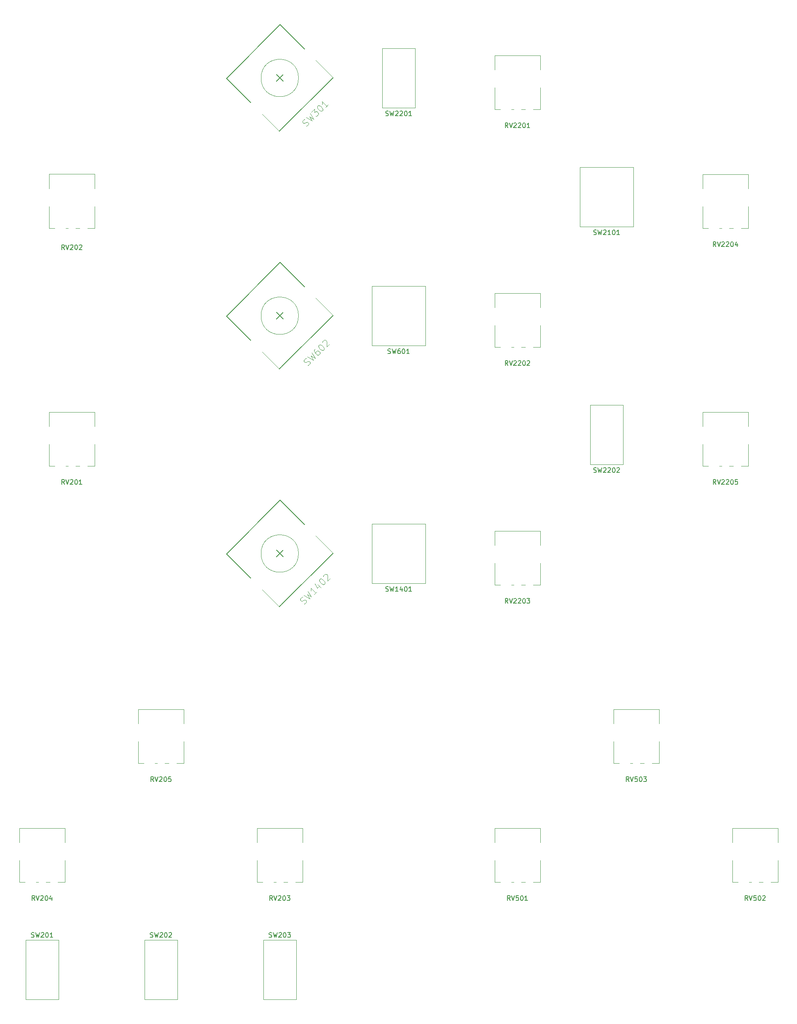
<source format=gto>
G04 #@! TF.GenerationSoftware,KiCad,Pcbnew,6.0.5+dfsg-1~bpo11+1*
G04 #@! TF.CreationDate,2022-07-23T14:57:50+00:00*
G04 #@! TF.ProjectId,main_VCO_board,6d61696e-5f56-4434-9f5f-626f6172642e,0.1*
G04 #@! TF.SameCoordinates,Original*
G04 #@! TF.FileFunction,Legend,Top*
G04 #@! TF.FilePolarity,Positive*
%FSLAX46Y46*%
G04 Gerber Fmt 4.6, Leading zero omitted, Abs format (unit mm)*
G04 Created by KiCad (PCBNEW 6.0.5+dfsg-1~bpo11+1) date 2022-07-23 14:57:50*
%MOMM*%
%LPD*%
G01*
G04 APERTURE LIST*
%ADD10C,0.150000*%
%ADD11C,0.120000*%
%ADD12C,0.127000*%
%ADD13C,0.080000*%
%ADD14O,2.720000X3.240000*%
%ADD15R,1.800000X1.800000*%
%ADD16C,1.800000*%
%ADD17C,2.500000*%
%ADD18C,3.000000*%
%ADD19C,1.451600*%
%ADD20C,2.000000*%
%ADD21C,1.440000*%
%ADD22C,1.600000*%
%ADD23C,2.600000*%
%ADD24O,2.190000X1.740000*%
%ADD25R,1.600000X1.600000*%
%ADD26O,1.740000X2.190000*%
%ADD27R,1.700000X1.700000*%
%ADD28O,1.700000X1.700000*%
%ADD29C,2.540000*%
%ADD30C,1.700000*%
G04 APERTURE END LIST*
D10*
X136120380Y-85161380D02*
X135787047Y-84685190D01*
X135548952Y-85161380D02*
X135548952Y-84161380D01*
X135929904Y-84161380D01*
X136025142Y-84209000D01*
X136072761Y-84256619D01*
X136120380Y-84351857D01*
X136120380Y-84494714D01*
X136072761Y-84589952D01*
X136025142Y-84637571D01*
X135929904Y-84685190D01*
X135548952Y-84685190D01*
X136406095Y-84161380D02*
X136739428Y-85161380D01*
X137072761Y-84161380D01*
X137358476Y-84256619D02*
X137406095Y-84209000D01*
X137501333Y-84161380D01*
X137739428Y-84161380D01*
X137834666Y-84209000D01*
X137882285Y-84256619D01*
X137929904Y-84351857D01*
X137929904Y-84447095D01*
X137882285Y-84589952D01*
X137310857Y-85161380D01*
X137929904Y-85161380D01*
X138548952Y-84161380D02*
X138644190Y-84161380D01*
X138739428Y-84209000D01*
X138787047Y-84256619D01*
X138834666Y-84351857D01*
X138882285Y-84542333D01*
X138882285Y-84780428D01*
X138834666Y-84970904D01*
X138787047Y-85066142D01*
X138739428Y-85113761D01*
X138644190Y-85161380D01*
X138548952Y-85161380D01*
X138453714Y-85113761D01*
X138406095Y-85066142D01*
X138358476Y-84970904D01*
X138310857Y-84780428D01*
X138310857Y-84542333D01*
X138358476Y-84351857D01*
X138406095Y-84256619D01*
X138453714Y-84209000D01*
X138548952Y-84161380D01*
X139263238Y-84256619D02*
X139310857Y-84209000D01*
X139406095Y-84161380D01*
X139644190Y-84161380D01*
X139739428Y-84209000D01*
X139787047Y-84256619D01*
X139834666Y-84351857D01*
X139834666Y-84447095D01*
X139787047Y-84589952D01*
X139215619Y-85161380D01*
X139834666Y-85161380D01*
X249206095Y-132738761D02*
X249348952Y-132786380D01*
X249587047Y-132786380D01*
X249682285Y-132738761D01*
X249729904Y-132691142D01*
X249777523Y-132595904D01*
X249777523Y-132500666D01*
X249729904Y-132405428D01*
X249682285Y-132357809D01*
X249587047Y-132310190D01*
X249396571Y-132262571D01*
X249301333Y-132214952D01*
X249253714Y-132167333D01*
X249206095Y-132072095D01*
X249206095Y-131976857D01*
X249253714Y-131881619D01*
X249301333Y-131834000D01*
X249396571Y-131786380D01*
X249634666Y-131786380D01*
X249777523Y-131834000D01*
X250110857Y-131786380D02*
X250348952Y-132786380D01*
X250539428Y-132072095D01*
X250729904Y-132786380D01*
X250968000Y-131786380D01*
X251301333Y-131881619D02*
X251348952Y-131834000D01*
X251444190Y-131786380D01*
X251682285Y-131786380D01*
X251777523Y-131834000D01*
X251825142Y-131881619D01*
X251872761Y-131976857D01*
X251872761Y-132072095D01*
X251825142Y-132214952D01*
X251253714Y-132786380D01*
X251872761Y-132786380D01*
X252253714Y-131881619D02*
X252301333Y-131834000D01*
X252396571Y-131786380D01*
X252634666Y-131786380D01*
X252729904Y-131834000D01*
X252777523Y-131881619D01*
X252825142Y-131976857D01*
X252825142Y-132072095D01*
X252777523Y-132214952D01*
X252206095Y-132786380D01*
X252825142Y-132786380D01*
X253444190Y-131786380D02*
X253539428Y-131786380D01*
X253634666Y-131834000D01*
X253682285Y-131881619D01*
X253729904Y-131976857D01*
X253777523Y-132167333D01*
X253777523Y-132405428D01*
X253729904Y-132595904D01*
X253682285Y-132691142D01*
X253634666Y-132738761D01*
X253539428Y-132786380D01*
X253444190Y-132786380D01*
X253348952Y-132738761D01*
X253301333Y-132691142D01*
X253253714Y-132595904D01*
X253206095Y-132405428D01*
X253206095Y-132167333D01*
X253253714Y-131976857D01*
X253301333Y-131881619D01*
X253348952Y-131834000D01*
X253444190Y-131786380D01*
X254158476Y-131881619D02*
X254206095Y-131834000D01*
X254301333Y-131786380D01*
X254539428Y-131786380D01*
X254634666Y-131834000D01*
X254682285Y-131881619D01*
X254729904Y-131976857D01*
X254729904Y-132072095D01*
X254682285Y-132214952D01*
X254110857Y-132786380D01*
X254729904Y-132786380D01*
X282170380Y-224226380D02*
X281837047Y-223750190D01*
X281598952Y-224226380D02*
X281598952Y-223226380D01*
X281979904Y-223226380D01*
X282075142Y-223274000D01*
X282122761Y-223321619D01*
X282170380Y-223416857D01*
X282170380Y-223559714D01*
X282122761Y-223654952D01*
X282075142Y-223702571D01*
X281979904Y-223750190D01*
X281598952Y-223750190D01*
X282456095Y-223226380D02*
X282789428Y-224226380D01*
X283122761Y-223226380D01*
X283932285Y-223226380D02*
X283456095Y-223226380D01*
X283408476Y-223702571D01*
X283456095Y-223654952D01*
X283551333Y-223607333D01*
X283789428Y-223607333D01*
X283884666Y-223654952D01*
X283932285Y-223702571D01*
X283979904Y-223797809D01*
X283979904Y-224035904D01*
X283932285Y-224131142D01*
X283884666Y-224178761D01*
X283789428Y-224226380D01*
X283551333Y-224226380D01*
X283456095Y-224178761D01*
X283408476Y-224131142D01*
X284598952Y-223226380D02*
X284694190Y-223226380D01*
X284789428Y-223274000D01*
X284837047Y-223321619D01*
X284884666Y-223416857D01*
X284932285Y-223607333D01*
X284932285Y-223845428D01*
X284884666Y-224035904D01*
X284837047Y-224131142D01*
X284789428Y-224178761D01*
X284694190Y-224226380D01*
X284598952Y-224226380D01*
X284503714Y-224178761D01*
X284456095Y-224131142D01*
X284408476Y-224035904D01*
X284360857Y-223845428D01*
X284360857Y-223607333D01*
X284408476Y-223416857D01*
X284456095Y-223321619D01*
X284503714Y-223274000D01*
X284598952Y-223226380D01*
X285313238Y-223321619D02*
X285360857Y-223274000D01*
X285456095Y-223226380D01*
X285694190Y-223226380D01*
X285789428Y-223274000D01*
X285837047Y-223321619D01*
X285884666Y-223416857D01*
X285884666Y-223512095D01*
X285837047Y-223654952D01*
X285265619Y-224226380D01*
X285884666Y-224226380D01*
X256770380Y-198826380D02*
X256437047Y-198350190D01*
X256198952Y-198826380D02*
X256198952Y-197826380D01*
X256579904Y-197826380D01*
X256675142Y-197874000D01*
X256722761Y-197921619D01*
X256770380Y-198016857D01*
X256770380Y-198159714D01*
X256722761Y-198254952D01*
X256675142Y-198302571D01*
X256579904Y-198350190D01*
X256198952Y-198350190D01*
X257056095Y-197826380D02*
X257389428Y-198826380D01*
X257722761Y-197826380D01*
X258532285Y-197826380D02*
X258056095Y-197826380D01*
X258008476Y-198302571D01*
X258056095Y-198254952D01*
X258151333Y-198207333D01*
X258389428Y-198207333D01*
X258484666Y-198254952D01*
X258532285Y-198302571D01*
X258579904Y-198397809D01*
X258579904Y-198635904D01*
X258532285Y-198731142D01*
X258484666Y-198778761D01*
X258389428Y-198826380D01*
X258151333Y-198826380D01*
X258056095Y-198778761D01*
X258008476Y-198731142D01*
X259198952Y-197826380D02*
X259294190Y-197826380D01*
X259389428Y-197874000D01*
X259437047Y-197921619D01*
X259484666Y-198016857D01*
X259532285Y-198207333D01*
X259532285Y-198445428D01*
X259484666Y-198635904D01*
X259437047Y-198731142D01*
X259389428Y-198778761D01*
X259294190Y-198826380D01*
X259198952Y-198826380D01*
X259103714Y-198778761D01*
X259056095Y-198731142D01*
X259008476Y-198635904D01*
X258960857Y-198445428D01*
X258960857Y-198207333D01*
X259008476Y-198016857D01*
X259056095Y-197921619D01*
X259103714Y-197874000D01*
X259198952Y-197826380D01*
X259865619Y-197826380D02*
X260484666Y-197826380D01*
X260151333Y-198207333D01*
X260294190Y-198207333D01*
X260389428Y-198254952D01*
X260437047Y-198302571D01*
X260484666Y-198397809D01*
X260484666Y-198635904D01*
X260437047Y-198731142D01*
X260389428Y-198778761D01*
X260294190Y-198826380D01*
X260008476Y-198826380D01*
X259913238Y-198778761D01*
X259865619Y-198731142D01*
X204756095Y-158138761D02*
X204898952Y-158186380D01*
X205137047Y-158186380D01*
X205232285Y-158138761D01*
X205279904Y-158091142D01*
X205327523Y-157995904D01*
X205327523Y-157900666D01*
X205279904Y-157805428D01*
X205232285Y-157757809D01*
X205137047Y-157710190D01*
X204946571Y-157662571D01*
X204851333Y-157614952D01*
X204803714Y-157567333D01*
X204756095Y-157472095D01*
X204756095Y-157376857D01*
X204803714Y-157281619D01*
X204851333Y-157234000D01*
X204946571Y-157186380D01*
X205184666Y-157186380D01*
X205327523Y-157234000D01*
X205660857Y-157186380D02*
X205898952Y-158186380D01*
X206089428Y-157472095D01*
X206279904Y-158186380D01*
X206518000Y-157186380D01*
X207422761Y-158186380D02*
X206851333Y-158186380D01*
X207137047Y-158186380D02*
X207137047Y-157186380D01*
X207041809Y-157329238D01*
X206946571Y-157424476D01*
X206851333Y-157472095D01*
X208279904Y-157519714D02*
X208279904Y-158186380D01*
X208041809Y-157138761D02*
X207803714Y-157853047D01*
X208422761Y-157853047D01*
X208994190Y-157186380D02*
X209089428Y-157186380D01*
X209184666Y-157234000D01*
X209232285Y-157281619D01*
X209279904Y-157376857D01*
X209327523Y-157567333D01*
X209327523Y-157805428D01*
X209279904Y-157995904D01*
X209232285Y-158091142D01*
X209184666Y-158138761D01*
X209089428Y-158186380D01*
X208994190Y-158186380D01*
X208898952Y-158138761D01*
X208851333Y-158091142D01*
X208803714Y-157995904D01*
X208756095Y-157805428D01*
X208756095Y-157567333D01*
X208803714Y-157376857D01*
X208851333Y-157281619D01*
X208898952Y-157234000D01*
X208994190Y-157186380D01*
X210279904Y-158186380D02*
X209708476Y-158186380D01*
X209994190Y-158186380D02*
X209994190Y-157186380D01*
X209898952Y-157329238D01*
X209803714Y-157424476D01*
X209708476Y-157472095D01*
X155170380Y-198826380D02*
X154837047Y-198350190D01*
X154598952Y-198826380D02*
X154598952Y-197826380D01*
X154979904Y-197826380D01*
X155075142Y-197874000D01*
X155122761Y-197921619D01*
X155170380Y-198016857D01*
X155170380Y-198159714D01*
X155122761Y-198254952D01*
X155075142Y-198302571D01*
X154979904Y-198350190D01*
X154598952Y-198350190D01*
X155456095Y-197826380D02*
X155789428Y-198826380D01*
X156122761Y-197826380D01*
X156408476Y-197921619D02*
X156456095Y-197874000D01*
X156551333Y-197826380D01*
X156789428Y-197826380D01*
X156884666Y-197874000D01*
X156932285Y-197921619D01*
X156979904Y-198016857D01*
X156979904Y-198112095D01*
X156932285Y-198254952D01*
X156360857Y-198826380D01*
X156979904Y-198826380D01*
X157598952Y-197826380D02*
X157694190Y-197826380D01*
X157789428Y-197874000D01*
X157837047Y-197921619D01*
X157884666Y-198016857D01*
X157932285Y-198207333D01*
X157932285Y-198445428D01*
X157884666Y-198635904D01*
X157837047Y-198731142D01*
X157789428Y-198778761D01*
X157694190Y-198826380D01*
X157598952Y-198826380D01*
X157503714Y-198778761D01*
X157456095Y-198731142D01*
X157408476Y-198635904D01*
X157360857Y-198445428D01*
X157360857Y-198207333D01*
X157408476Y-198016857D01*
X157456095Y-197921619D01*
X157503714Y-197874000D01*
X157598952Y-197826380D01*
X158837047Y-197826380D02*
X158360857Y-197826380D01*
X158313238Y-198302571D01*
X158360857Y-198254952D01*
X158456095Y-198207333D01*
X158694190Y-198207333D01*
X158789428Y-198254952D01*
X158837047Y-198302571D01*
X158884666Y-198397809D01*
X158884666Y-198635904D01*
X158837047Y-198731142D01*
X158789428Y-198778761D01*
X158694190Y-198826380D01*
X158456095Y-198826380D01*
X158360857Y-198778761D01*
X158313238Y-198731142D01*
X230894190Y-160726380D02*
X230560857Y-160250190D01*
X230322761Y-160726380D02*
X230322761Y-159726380D01*
X230703714Y-159726380D01*
X230798952Y-159774000D01*
X230846571Y-159821619D01*
X230894190Y-159916857D01*
X230894190Y-160059714D01*
X230846571Y-160154952D01*
X230798952Y-160202571D01*
X230703714Y-160250190D01*
X230322761Y-160250190D01*
X231179904Y-159726380D02*
X231513238Y-160726380D01*
X231846571Y-159726380D01*
X232132285Y-159821619D02*
X232179904Y-159774000D01*
X232275142Y-159726380D01*
X232513238Y-159726380D01*
X232608476Y-159774000D01*
X232656095Y-159821619D01*
X232703714Y-159916857D01*
X232703714Y-160012095D01*
X232656095Y-160154952D01*
X232084666Y-160726380D01*
X232703714Y-160726380D01*
X233084666Y-159821619D02*
X233132285Y-159774000D01*
X233227523Y-159726380D01*
X233465619Y-159726380D01*
X233560857Y-159774000D01*
X233608476Y-159821619D01*
X233656095Y-159916857D01*
X233656095Y-160012095D01*
X233608476Y-160154952D01*
X233037047Y-160726380D01*
X233656095Y-160726380D01*
X234275142Y-159726380D02*
X234370380Y-159726380D01*
X234465619Y-159774000D01*
X234513238Y-159821619D01*
X234560857Y-159916857D01*
X234608476Y-160107333D01*
X234608476Y-160345428D01*
X234560857Y-160535904D01*
X234513238Y-160631142D01*
X234465619Y-160678761D01*
X234370380Y-160726380D01*
X234275142Y-160726380D01*
X234179904Y-160678761D01*
X234132285Y-160631142D01*
X234084666Y-160535904D01*
X234037047Y-160345428D01*
X234037047Y-160107333D01*
X234084666Y-159916857D01*
X234132285Y-159821619D01*
X234179904Y-159774000D01*
X234275142Y-159726380D01*
X234941809Y-159726380D02*
X235560857Y-159726380D01*
X235227523Y-160107333D01*
X235370380Y-160107333D01*
X235465619Y-160154952D01*
X235513238Y-160202571D01*
X235560857Y-160297809D01*
X235560857Y-160535904D01*
X235513238Y-160631142D01*
X235465619Y-160678761D01*
X235370380Y-160726380D01*
X235084666Y-160726380D01*
X234989428Y-160678761D01*
X234941809Y-160631142D01*
X230894190Y-59126380D02*
X230560857Y-58650190D01*
X230322761Y-59126380D02*
X230322761Y-58126380D01*
X230703714Y-58126380D01*
X230798952Y-58174000D01*
X230846571Y-58221619D01*
X230894190Y-58316857D01*
X230894190Y-58459714D01*
X230846571Y-58554952D01*
X230798952Y-58602571D01*
X230703714Y-58650190D01*
X230322761Y-58650190D01*
X231179904Y-58126380D02*
X231513238Y-59126380D01*
X231846571Y-58126380D01*
X232132285Y-58221619D02*
X232179904Y-58174000D01*
X232275142Y-58126380D01*
X232513238Y-58126380D01*
X232608476Y-58174000D01*
X232656095Y-58221619D01*
X232703714Y-58316857D01*
X232703714Y-58412095D01*
X232656095Y-58554952D01*
X232084666Y-59126380D01*
X232703714Y-59126380D01*
X233084666Y-58221619D02*
X233132285Y-58174000D01*
X233227523Y-58126380D01*
X233465619Y-58126380D01*
X233560857Y-58174000D01*
X233608476Y-58221619D01*
X233656095Y-58316857D01*
X233656095Y-58412095D01*
X233608476Y-58554952D01*
X233037047Y-59126380D01*
X233656095Y-59126380D01*
X234275142Y-58126380D02*
X234370380Y-58126380D01*
X234465619Y-58174000D01*
X234513238Y-58221619D01*
X234560857Y-58316857D01*
X234608476Y-58507333D01*
X234608476Y-58745428D01*
X234560857Y-58935904D01*
X234513238Y-59031142D01*
X234465619Y-59078761D01*
X234370380Y-59126380D01*
X234275142Y-59126380D01*
X234179904Y-59078761D01*
X234132285Y-59031142D01*
X234084666Y-58935904D01*
X234037047Y-58745428D01*
X234037047Y-58507333D01*
X234084666Y-58316857D01*
X234132285Y-58221619D01*
X234179904Y-58174000D01*
X234275142Y-58126380D01*
X235560857Y-59126380D02*
X234989428Y-59126380D01*
X235275142Y-59126380D02*
X235275142Y-58126380D01*
X235179904Y-58269238D01*
X235084666Y-58364476D01*
X234989428Y-58412095D01*
D11*
X187801118Y-58803414D02*
X187993047Y-58707449D01*
X188232958Y-58467538D01*
X188280941Y-58323591D01*
X188280941Y-58227627D01*
X188232958Y-58083680D01*
X188136994Y-57987716D01*
X187993047Y-57939733D01*
X187897083Y-57939733D01*
X187753136Y-57987716D01*
X187513225Y-58131662D01*
X187369278Y-58179645D01*
X187273314Y-58179645D01*
X187129367Y-58131662D01*
X187033402Y-58035698D01*
X186985420Y-57891751D01*
X186985420Y-57795787D01*
X187033402Y-57651840D01*
X187273314Y-57411929D01*
X187465242Y-57315964D01*
X187753136Y-56932106D02*
X189000674Y-57699822D01*
X188472870Y-56788159D01*
X189384532Y-57315964D01*
X188616816Y-56068426D01*
X188904710Y-55780532D02*
X189528479Y-55156763D01*
X189576461Y-55876497D01*
X189720408Y-55732550D01*
X189864355Y-55684568D01*
X189960319Y-55684568D01*
X190104266Y-55732550D01*
X190344177Y-55972461D01*
X190392159Y-56116408D01*
X190392159Y-56212373D01*
X190344177Y-56356319D01*
X190056284Y-56644213D01*
X189912337Y-56692195D01*
X189816373Y-56692195D01*
X190152248Y-54532994D02*
X190248213Y-54437029D01*
X190392159Y-54389047D01*
X190488124Y-54389047D01*
X190632071Y-54437029D01*
X190871982Y-54580976D01*
X191111893Y-54820887D01*
X191255840Y-55060799D01*
X191303822Y-55204745D01*
X191303822Y-55300710D01*
X191255840Y-55444657D01*
X191159875Y-55540621D01*
X191015929Y-55588603D01*
X190919964Y-55588603D01*
X190776017Y-55540621D01*
X190536106Y-55396674D01*
X190296195Y-55156763D01*
X190152248Y-54916852D01*
X190104266Y-54772905D01*
X190104266Y-54676941D01*
X190152248Y-54532994D01*
X192455396Y-54245100D02*
X191879609Y-54820887D01*
X192167503Y-54532994D02*
X191159875Y-53525367D01*
X191207858Y-53765278D01*
X191207858Y-53957207D01*
X191159875Y-54101154D01*
D10*
X205232285Y-107338761D02*
X205375142Y-107386380D01*
X205613238Y-107386380D01*
X205708476Y-107338761D01*
X205756095Y-107291142D01*
X205803714Y-107195904D01*
X205803714Y-107100666D01*
X205756095Y-107005428D01*
X205708476Y-106957809D01*
X205613238Y-106910190D01*
X205422761Y-106862571D01*
X205327523Y-106814952D01*
X205279904Y-106767333D01*
X205232285Y-106672095D01*
X205232285Y-106576857D01*
X205279904Y-106481619D01*
X205327523Y-106434000D01*
X205422761Y-106386380D01*
X205660857Y-106386380D01*
X205803714Y-106434000D01*
X206137047Y-106386380D02*
X206375142Y-107386380D01*
X206565619Y-106672095D01*
X206756095Y-107386380D01*
X206994190Y-106386380D01*
X207803714Y-106386380D02*
X207613238Y-106386380D01*
X207518000Y-106434000D01*
X207470380Y-106481619D01*
X207375142Y-106624476D01*
X207327523Y-106814952D01*
X207327523Y-107195904D01*
X207375142Y-107291142D01*
X207422761Y-107338761D01*
X207518000Y-107386380D01*
X207708476Y-107386380D01*
X207803714Y-107338761D01*
X207851333Y-107291142D01*
X207898952Y-107195904D01*
X207898952Y-106957809D01*
X207851333Y-106862571D01*
X207803714Y-106814952D01*
X207708476Y-106767333D01*
X207518000Y-106767333D01*
X207422761Y-106814952D01*
X207375142Y-106862571D01*
X207327523Y-106957809D01*
X208518000Y-106386380D02*
X208613238Y-106386380D01*
X208708476Y-106434000D01*
X208756095Y-106481619D01*
X208803714Y-106576857D01*
X208851333Y-106767333D01*
X208851333Y-107005428D01*
X208803714Y-107195904D01*
X208756095Y-107291142D01*
X208708476Y-107338761D01*
X208613238Y-107386380D01*
X208518000Y-107386380D01*
X208422761Y-107338761D01*
X208375142Y-107291142D01*
X208327523Y-107195904D01*
X208279904Y-107005428D01*
X208279904Y-106767333D01*
X208327523Y-106576857D01*
X208375142Y-106481619D01*
X208422761Y-106434000D01*
X208518000Y-106386380D01*
X209803714Y-107386380D02*
X209232285Y-107386380D01*
X209518000Y-107386380D02*
X209518000Y-106386380D01*
X209422761Y-106529238D01*
X209327523Y-106624476D01*
X209232285Y-106672095D01*
X275344190Y-84526380D02*
X275010857Y-84050190D01*
X274772761Y-84526380D02*
X274772761Y-83526380D01*
X275153714Y-83526380D01*
X275248952Y-83574000D01*
X275296571Y-83621619D01*
X275344190Y-83716857D01*
X275344190Y-83859714D01*
X275296571Y-83954952D01*
X275248952Y-84002571D01*
X275153714Y-84050190D01*
X274772761Y-84050190D01*
X275629904Y-83526380D02*
X275963238Y-84526380D01*
X276296571Y-83526380D01*
X276582285Y-83621619D02*
X276629904Y-83574000D01*
X276725142Y-83526380D01*
X276963238Y-83526380D01*
X277058476Y-83574000D01*
X277106095Y-83621619D01*
X277153714Y-83716857D01*
X277153714Y-83812095D01*
X277106095Y-83954952D01*
X276534666Y-84526380D01*
X277153714Y-84526380D01*
X277534666Y-83621619D02*
X277582285Y-83574000D01*
X277677523Y-83526380D01*
X277915619Y-83526380D01*
X278010857Y-83574000D01*
X278058476Y-83621619D01*
X278106095Y-83716857D01*
X278106095Y-83812095D01*
X278058476Y-83954952D01*
X277487047Y-84526380D01*
X278106095Y-84526380D01*
X278725142Y-83526380D02*
X278820380Y-83526380D01*
X278915619Y-83574000D01*
X278963238Y-83621619D01*
X279010857Y-83716857D01*
X279058476Y-83907333D01*
X279058476Y-84145428D01*
X279010857Y-84335904D01*
X278963238Y-84431142D01*
X278915619Y-84478761D01*
X278820380Y-84526380D01*
X278725142Y-84526380D01*
X278629904Y-84478761D01*
X278582285Y-84431142D01*
X278534666Y-84335904D01*
X278487047Y-84145428D01*
X278487047Y-83907333D01*
X278534666Y-83716857D01*
X278582285Y-83621619D01*
X278629904Y-83574000D01*
X278725142Y-83526380D01*
X279915619Y-83859714D02*
X279915619Y-84526380D01*
X279677523Y-83478761D02*
X279439428Y-84193047D01*
X280058476Y-84193047D01*
D11*
X187321296Y-160883236D02*
X187513225Y-160787272D01*
X187753136Y-160547361D01*
X187801118Y-160403414D01*
X187801118Y-160307449D01*
X187753136Y-160163503D01*
X187657171Y-160067538D01*
X187513225Y-160019556D01*
X187417260Y-160019556D01*
X187273314Y-160067538D01*
X187033402Y-160211485D01*
X186889456Y-160259467D01*
X186793491Y-160259467D01*
X186649544Y-160211485D01*
X186553580Y-160115520D01*
X186505598Y-159971574D01*
X186505598Y-159875609D01*
X186553580Y-159731662D01*
X186793491Y-159491751D01*
X186985420Y-159395787D01*
X187273314Y-159011929D02*
X188520852Y-159779645D01*
X187993047Y-158867982D01*
X188904710Y-159395787D01*
X188136994Y-158148248D01*
X190056284Y-158244213D02*
X189480497Y-158820000D01*
X189768390Y-158532106D02*
X188760763Y-157524479D01*
X188808745Y-157764390D01*
X188808745Y-157956319D01*
X188760763Y-158100266D01*
X190248213Y-156708781D02*
X190919964Y-157380532D01*
X189624444Y-156564834D02*
X190104266Y-157524479D01*
X190728035Y-156900710D01*
X190632071Y-155653171D02*
X190728035Y-155557207D01*
X190871982Y-155509225D01*
X190967946Y-155509225D01*
X191111893Y-155557207D01*
X191351804Y-155701154D01*
X191591716Y-155941065D01*
X191735662Y-156180976D01*
X191783645Y-156324923D01*
X191783645Y-156420887D01*
X191735662Y-156564834D01*
X191639698Y-156660799D01*
X191495751Y-156708781D01*
X191399787Y-156708781D01*
X191255840Y-156660799D01*
X191015929Y-156516852D01*
X190776017Y-156276941D01*
X190632071Y-156037029D01*
X190584088Y-155893083D01*
X190584088Y-155797118D01*
X190632071Y-155653171D01*
X191447769Y-155029402D02*
X191447769Y-154933438D01*
X191495751Y-154789491D01*
X191735662Y-154549580D01*
X191879609Y-154501598D01*
X191975574Y-154501598D01*
X192119520Y-154549580D01*
X192215485Y-154645544D01*
X192311449Y-154837473D01*
X192311449Y-155989047D01*
X192935219Y-155365278D01*
D10*
X154432285Y-232052761D02*
X154575142Y-232100380D01*
X154813238Y-232100380D01*
X154908476Y-232052761D01*
X154956095Y-232005142D01*
X155003714Y-231909904D01*
X155003714Y-231814666D01*
X154956095Y-231719428D01*
X154908476Y-231671809D01*
X154813238Y-231624190D01*
X154622761Y-231576571D01*
X154527523Y-231528952D01*
X154479904Y-231481333D01*
X154432285Y-231386095D01*
X154432285Y-231290857D01*
X154479904Y-231195619D01*
X154527523Y-231148000D01*
X154622761Y-231100380D01*
X154860857Y-231100380D01*
X155003714Y-231148000D01*
X155337047Y-231100380D02*
X155575142Y-232100380D01*
X155765619Y-231386095D01*
X155956095Y-232100380D01*
X156194190Y-231100380D01*
X156527523Y-231195619D02*
X156575142Y-231148000D01*
X156670380Y-231100380D01*
X156908476Y-231100380D01*
X157003714Y-231148000D01*
X157051333Y-231195619D01*
X157098952Y-231290857D01*
X157098952Y-231386095D01*
X157051333Y-231528952D01*
X156479904Y-232100380D01*
X157098952Y-232100380D01*
X157718000Y-231100380D02*
X157813238Y-231100380D01*
X157908476Y-231148000D01*
X157956095Y-231195619D01*
X158003714Y-231290857D01*
X158051333Y-231481333D01*
X158051333Y-231719428D01*
X158003714Y-231909904D01*
X157956095Y-232005142D01*
X157908476Y-232052761D01*
X157813238Y-232100380D01*
X157718000Y-232100380D01*
X157622761Y-232052761D01*
X157575142Y-232005142D01*
X157527523Y-231909904D01*
X157479904Y-231719428D01*
X157479904Y-231481333D01*
X157527523Y-231290857D01*
X157575142Y-231195619D01*
X157622761Y-231148000D01*
X157718000Y-231100380D01*
X158432285Y-231195619D02*
X158479904Y-231148000D01*
X158575142Y-231100380D01*
X158813238Y-231100380D01*
X158908476Y-231148000D01*
X158956095Y-231195619D01*
X159003714Y-231290857D01*
X159003714Y-231386095D01*
X158956095Y-231528952D01*
X158384666Y-232100380D01*
X159003714Y-232100380D01*
D11*
X188100887Y-109903183D02*
X188292816Y-109807218D01*
X188532727Y-109567307D01*
X188580710Y-109423360D01*
X188580710Y-109327396D01*
X188532727Y-109183449D01*
X188436763Y-109087485D01*
X188292816Y-109039502D01*
X188196852Y-109039502D01*
X188052905Y-109087485D01*
X187812994Y-109231431D01*
X187669047Y-109279414D01*
X187573083Y-109279414D01*
X187429136Y-109231431D01*
X187333171Y-109135467D01*
X187285189Y-108991520D01*
X187285189Y-108895556D01*
X187333171Y-108751609D01*
X187573083Y-108511698D01*
X187765011Y-108415733D01*
X188052905Y-108031875D02*
X189300443Y-108799591D01*
X188772639Y-107887928D01*
X189684301Y-108415733D01*
X188916585Y-107168195D01*
X189732284Y-106352497D02*
X189540355Y-106544426D01*
X189492372Y-106688372D01*
X189492372Y-106784337D01*
X189540355Y-107024248D01*
X189684301Y-107264159D01*
X190068159Y-107648017D01*
X190212106Y-107696000D01*
X190308071Y-107696000D01*
X190452017Y-107648017D01*
X190643946Y-107456088D01*
X190691928Y-107312142D01*
X190691928Y-107216177D01*
X190643946Y-107072230D01*
X190404035Y-106832319D01*
X190260088Y-106784337D01*
X190164124Y-106784337D01*
X190020177Y-106832319D01*
X189828248Y-107024248D01*
X189780266Y-107168195D01*
X189780266Y-107264159D01*
X189828248Y-107408106D01*
X190452017Y-105632763D02*
X190547982Y-105536798D01*
X190691928Y-105488816D01*
X190787893Y-105488816D01*
X190931840Y-105536798D01*
X191171751Y-105680745D01*
X191411662Y-105920656D01*
X191555609Y-106160568D01*
X191603591Y-106304514D01*
X191603591Y-106400479D01*
X191555609Y-106544426D01*
X191459644Y-106640390D01*
X191315698Y-106688372D01*
X191219733Y-106688372D01*
X191075786Y-106640390D01*
X190835875Y-106496443D01*
X190595964Y-106256532D01*
X190452017Y-106016621D01*
X190404035Y-105872674D01*
X190404035Y-105776710D01*
X190452017Y-105632763D01*
X191267715Y-105008994D02*
X191267715Y-104913029D01*
X191315698Y-104769083D01*
X191555609Y-104529171D01*
X191699556Y-104481189D01*
X191795520Y-104481189D01*
X191939467Y-104529171D01*
X192035431Y-104625136D01*
X192131396Y-104817065D01*
X192131396Y-105968639D01*
X192755165Y-105344869D01*
D10*
X231370380Y-224226380D02*
X231037047Y-223750190D01*
X230798952Y-224226380D02*
X230798952Y-223226380D01*
X231179904Y-223226380D01*
X231275142Y-223274000D01*
X231322761Y-223321619D01*
X231370380Y-223416857D01*
X231370380Y-223559714D01*
X231322761Y-223654952D01*
X231275142Y-223702571D01*
X231179904Y-223750190D01*
X230798952Y-223750190D01*
X231656095Y-223226380D02*
X231989428Y-224226380D01*
X232322761Y-223226380D01*
X233132285Y-223226380D02*
X232656095Y-223226380D01*
X232608476Y-223702571D01*
X232656095Y-223654952D01*
X232751333Y-223607333D01*
X232989428Y-223607333D01*
X233084666Y-223654952D01*
X233132285Y-223702571D01*
X233179904Y-223797809D01*
X233179904Y-224035904D01*
X233132285Y-224131142D01*
X233084666Y-224178761D01*
X232989428Y-224226380D01*
X232751333Y-224226380D01*
X232656095Y-224178761D01*
X232608476Y-224131142D01*
X233798952Y-223226380D02*
X233894190Y-223226380D01*
X233989428Y-223274000D01*
X234037047Y-223321619D01*
X234084666Y-223416857D01*
X234132285Y-223607333D01*
X234132285Y-223845428D01*
X234084666Y-224035904D01*
X234037047Y-224131142D01*
X233989428Y-224178761D01*
X233894190Y-224226380D01*
X233798952Y-224226380D01*
X233703714Y-224178761D01*
X233656095Y-224131142D01*
X233608476Y-224035904D01*
X233560857Y-223845428D01*
X233560857Y-223607333D01*
X233608476Y-223416857D01*
X233656095Y-223321619D01*
X233703714Y-223274000D01*
X233798952Y-223226380D01*
X235084666Y-224226380D02*
X234513238Y-224226380D01*
X234798952Y-224226380D02*
X234798952Y-223226380D01*
X234703714Y-223369238D01*
X234608476Y-223464476D01*
X234513238Y-223512095D01*
X204756095Y-56538761D02*
X204898952Y-56586380D01*
X205137047Y-56586380D01*
X205232285Y-56538761D01*
X205279904Y-56491142D01*
X205327523Y-56395904D01*
X205327523Y-56300666D01*
X205279904Y-56205428D01*
X205232285Y-56157809D01*
X205137047Y-56110190D01*
X204946571Y-56062571D01*
X204851333Y-56014952D01*
X204803714Y-55967333D01*
X204756095Y-55872095D01*
X204756095Y-55776857D01*
X204803714Y-55681619D01*
X204851333Y-55634000D01*
X204946571Y-55586380D01*
X205184666Y-55586380D01*
X205327523Y-55634000D01*
X205660857Y-55586380D02*
X205898952Y-56586380D01*
X206089428Y-55872095D01*
X206279904Y-56586380D01*
X206518000Y-55586380D01*
X206851333Y-55681619D02*
X206898952Y-55634000D01*
X206994190Y-55586380D01*
X207232285Y-55586380D01*
X207327523Y-55634000D01*
X207375142Y-55681619D01*
X207422761Y-55776857D01*
X207422761Y-55872095D01*
X207375142Y-56014952D01*
X206803714Y-56586380D01*
X207422761Y-56586380D01*
X207803714Y-55681619D02*
X207851333Y-55634000D01*
X207946571Y-55586380D01*
X208184666Y-55586380D01*
X208279904Y-55634000D01*
X208327523Y-55681619D01*
X208375142Y-55776857D01*
X208375142Y-55872095D01*
X208327523Y-56014952D01*
X207756095Y-56586380D01*
X208375142Y-56586380D01*
X208994190Y-55586380D02*
X209089428Y-55586380D01*
X209184666Y-55634000D01*
X209232285Y-55681619D01*
X209279904Y-55776857D01*
X209327523Y-55967333D01*
X209327523Y-56205428D01*
X209279904Y-56395904D01*
X209232285Y-56491142D01*
X209184666Y-56538761D01*
X209089428Y-56586380D01*
X208994190Y-56586380D01*
X208898952Y-56538761D01*
X208851333Y-56491142D01*
X208803714Y-56395904D01*
X208756095Y-56205428D01*
X208756095Y-55967333D01*
X208803714Y-55776857D01*
X208851333Y-55681619D01*
X208898952Y-55634000D01*
X208994190Y-55586380D01*
X210279904Y-56586380D02*
X209708476Y-56586380D01*
X209994190Y-56586380D02*
X209994190Y-55586380D01*
X209898952Y-55729238D01*
X209803714Y-55824476D01*
X209708476Y-55872095D01*
X249206095Y-81938761D02*
X249348952Y-81986380D01*
X249587047Y-81986380D01*
X249682285Y-81938761D01*
X249729904Y-81891142D01*
X249777523Y-81795904D01*
X249777523Y-81700666D01*
X249729904Y-81605428D01*
X249682285Y-81557809D01*
X249587047Y-81510190D01*
X249396571Y-81462571D01*
X249301333Y-81414952D01*
X249253714Y-81367333D01*
X249206095Y-81272095D01*
X249206095Y-81176857D01*
X249253714Y-81081619D01*
X249301333Y-81034000D01*
X249396571Y-80986380D01*
X249634666Y-80986380D01*
X249777523Y-81034000D01*
X250110857Y-80986380D02*
X250348952Y-81986380D01*
X250539428Y-81272095D01*
X250729904Y-81986380D01*
X250968000Y-80986380D01*
X251301333Y-81081619D02*
X251348952Y-81034000D01*
X251444190Y-80986380D01*
X251682285Y-80986380D01*
X251777523Y-81034000D01*
X251825142Y-81081619D01*
X251872761Y-81176857D01*
X251872761Y-81272095D01*
X251825142Y-81414952D01*
X251253714Y-81986380D01*
X251872761Y-81986380D01*
X252825142Y-81986380D02*
X252253714Y-81986380D01*
X252539428Y-81986380D02*
X252539428Y-80986380D01*
X252444190Y-81129238D01*
X252348952Y-81224476D01*
X252253714Y-81272095D01*
X253444190Y-80986380D02*
X253539428Y-80986380D01*
X253634666Y-81034000D01*
X253682285Y-81081619D01*
X253729904Y-81176857D01*
X253777523Y-81367333D01*
X253777523Y-81605428D01*
X253729904Y-81795904D01*
X253682285Y-81891142D01*
X253634666Y-81938761D01*
X253539428Y-81986380D01*
X253444190Y-81986380D01*
X253348952Y-81938761D01*
X253301333Y-81891142D01*
X253253714Y-81795904D01*
X253206095Y-81605428D01*
X253206095Y-81367333D01*
X253253714Y-81176857D01*
X253301333Y-81081619D01*
X253348952Y-81034000D01*
X253444190Y-80986380D01*
X254729904Y-81986380D02*
X254158476Y-81986380D01*
X254444190Y-81986380D02*
X254444190Y-80986380D01*
X254348952Y-81129238D01*
X254253714Y-81224476D01*
X254158476Y-81272095D01*
X129770380Y-224226380D02*
X129437047Y-223750190D01*
X129198952Y-224226380D02*
X129198952Y-223226380D01*
X129579904Y-223226380D01*
X129675142Y-223274000D01*
X129722761Y-223321619D01*
X129770380Y-223416857D01*
X129770380Y-223559714D01*
X129722761Y-223654952D01*
X129675142Y-223702571D01*
X129579904Y-223750190D01*
X129198952Y-223750190D01*
X130056095Y-223226380D02*
X130389428Y-224226380D01*
X130722761Y-223226380D01*
X131008476Y-223321619D02*
X131056095Y-223274000D01*
X131151333Y-223226380D01*
X131389428Y-223226380D01*
X131484666Y-223274000D01*
X131532285Y-223321619D01*
X131579904Y-223416857D01*
X131579904Y-223512095D01*
X131532285Y-223654952D01*
X130960857Y-224226380D01*
X131579904Y-224226380D01*
X132198952Y-223226380D02*
X132294190Y-223226380D01*
X132389428Y-223274000D01*
X132437047Y-223321619D01*
X132484666Y-223416857D01*
X132532285Y-223607333D01*
X132532285Y-223845428D01*
X132484666Y-224035904D01*
X132437047Y-224131142D01*
X132389428Y-224178761D01*
X132294190Y-224226380D01*
X132198952Y-224226380D01*
X132103714Y-224178761D01*
X132056095Y-224131142D01*
X132008476Y-224035904D01*
X131960857Y-223845428D01*
X131960857Y-223607333D01*
X132008476Y-223416857D01*
X132056095Y-223321619D01*
X132103714Y-223274000D01*
X132198952Y-223226380D01*
X133389428Y-223559714D02*
X133389428Y-224226380D01*
X133151333Y-223178761D02*
X132913238Y-223893047D01*
X133532285Y-223893047D01*
X129032285Y-232052761D02*
X129175142Y-232100380D01*
X129413238Y-232100380D01*
X129508476Y-232052761D01*
X129556095Y-232005142D01*
X129603714Y-231909904D01*
X129603714Y-231814666D01*
X129556095Y-231719428D01*
X129508476Y-231671809D01*
X129413238Y-231624190D01*
X129222761Y-231576571D01*
X129127523Y-231528952D01*
X129079904Y-231481333D01*
X129032285Y-231386095D01*
X129032285Y-231290857D01*
X129079904Y-231195619D01*
X129127523Y-231148000D01*
X129222761Y-231100380D01*
X129460857Y-231100380D01*
X129603714Y-231148000D01*
X129937047Y-231100380D02*
X130175142Y-232100380D01*
X130365619Y-231386095D01*
X130556095Y-232100380D01*
X130794190Y-231100380D01*
X131127523Y-231195619D02*
X131175142Y-231148000D01*
X131270380Y-231100380D01*
X131508476Y-231100380D01*
X131603714Y-231148000D01*
X131651333Y-231195619D01*
X131698952Y-231290857D01*
X131698952Y-231386095D01*
X131651333Y-231528952D01*
X131079904Y-232100380D01*
X131698952Y-232100380D01*
X132318000Y-231100380D02*
X132413238Y-231100380D01*
X132508476Y-231148000D01*
X132556095Y-231195619D01*
X132603714Y-231290857D01*
X132651333Y-231481333D01*
X132651333Y-231719428D01*
X132603714Y-231909904D01*
X132556095Y-232005142D01*
X132508476Y-232052761D01*
X132413238Y-232100380D01*
X132318000Y-232100380D01*
X132222761Y-232052761D01*
X132175142Y-232005142D01*
X132127523Y-231909904D01*
X132079904Y-231719428D01*
X132079904Y-231481333D01*
X132127523Y-231290857D01*
X132175142Y-231195619D01*
X132222761Y-231148000D01*
X132318000Y-231100380D01*
X133603714Y-232100380D02*
X133032285Y-232100380D01*
X133318000Y-232100380D02*
X133318000Y-231100380D01*
X133222761Y-231243238D01*
X133127523Y-231338476D01*
X133032285Y-231386095D01*
X179832285Y-232052761D02*
X179975142Y-232100380D01*
X180213238Y-232100380D01*
X180308476Y-232052761D01*
X180356095Y-232005142D01*
X180403714Y-231909904D01*
X180403714Y-231814666D01*
X180356095Y-231719428D01*
X180308476Y-231671809D01*
X180213238Y-231624190D01*
X180022761Y-231576571D01*
X179927523Y-231528952D01*
X179879904Y-231481333D01*
X179832285Y-231386095D01*
X179832285Y-231290857D01*
X179879904Y-231195619D01*
X179927523Y-231148000D01*
X180022761Y-231100380D01*
X180260857Y-231100380D01*
X180403714Y-231148000D01*
X180737047Y-231100380D02*
X180975142Y-232100380D01*
X181165619Y-231386095D01*
X181356095Y-232100380D01*
X181594190Y-231100380D01*
X181927523Y-231195619D02*
X181975142Y-231148000D01*
X182070380Y-231100380D01*
X182308476Y-231100380D01*
X182403714Y-231148000D01*
X182451333Y-231195619D01*
X182498952Y-231290857D01*
X182498952Y-231386095D01*
X182451333Y-231528952D01*
X181879904Y-232100380D01*
X182498952Y-232100380D01*
X183118000Y-231100380D02*
X183213238Y-231100380D01*
X183308476Y-231148000D01*
X183356095Y-231195619D01*
X183403714Y-231290857D01*
X183451333Y-231481333D01*
X183451333Y-231719428D01*
X183403714Y-231909904D01*
X183356095Y-232005142D01*
X183308476Y-232052761D01*
X183213238Y-232100380D01*
X183118000Y-232100380D01*
X183022761Y-232052761D01*
X182975142Y-232005142D01*
X182927523Y-231909904D01*
X182879904Y-231719428D01*
X182879904Y-231481333D01*
X182927523Y-231290857D01*
X182975142Y-231195619D01*
X183022761Y-231148000D01*
X183118000Y-231100380D01*
X183784666Y-231100380D02*
X184403714Y-231100380D01*
X184070380Y-231481333D01*
X184213238Y-231481333D01*
X184308476Y-231528952D01*
X184356095Y-231576571D01*
X184403714Y-231671809D01*
X184403714Y-231909904D01*
X184356095Y-232005142D01*
X184308476Y-232052761D01*
X184213238Y-232100380D01*
X183927523Y-232100380D01*
X183832285Y-232052761D01*
X183784666Y-232005142D01*
X136120380Y-135326380D02*
X135787047Y-134850190D01*
X135548952Y-135326380D02*
X135548952Y-134326380D01*
X135929904Y-134326380D01*
X136025142Y-134374000D01*
X136072761Y-134421619D01*
X136120380Y-134516857D01*
X136120380Y-134659714D01*
X136072761Y-134754952D01*
X136025142Y-134802571D01*
X135929904Y-134850190D01*
X135548952Y-134850190D01*
X136406095Y-134326380D02*
X136739428Y-135326380D01*
X137072761Y-134326380D01*
X137358476Y-134421619D02*
X137406095Y-134374000D01*
X137501333Y-134326380D01*
X137739428Y-134326380D01*
X137834666Y-134374000D01*
X137882285Y-134421619D01*
X137929904Y-134516857D01*
X137929904Y-134612095D01*
X137882285Y-134754952D01*
X137310857Y-135326380D01*
X137929904Y-135326380D01*
X138548952Y-134326380D02*
X138644190Y-134326380D01*
X138739428Y-134374000D01*
X138787047Y-134421619D01*
X138834666Y-134516857D01*
X138882285Y-134707333D01*
X138882285Y-134945428D01*
X138834666Y-135135904D01*
X138787047Y-135231142D01*
X138739428Y-135278761D01*
X138644190Y-135326380D01*
X138548952Y-135326380D01*
X138453714Y-135278761D01*
X138406095Y-135231142D01*
X138358476Y-135135904D01*
X138310857Y-134945428D01*
X138310857Y-134707333D01*
X138358476Y-134516857D01*
X138406095Y-134421619D01*
X138453714Y-134374000D01*
X138548952Y-134326380D01*
X139834666Y-135326380D02*
X139263238Y-135326380D01*
X139548952Y-135326380D02*
X139548952Y-134326380D01*
X139453714Y-134469238D01*
X139358476Y-134564476D01*
X139263238Y-134612095D01*
X275344190Y-135326380D02*
X275010857Y-134850190D01*
X274772761Y-135326380D02*
X274772761Y-134326380D01*
X275153714Y-134326380D01*
X275248952Y-134374000D01*
X275296571Y-134421619D01*
X275344190Y-134516857D01*
X275344190Y-134659714D01*
X275296571Y-134754952D01*
X275248952Y-134802571D01*
X275153714Y-134850190D01*
X274772761Y-134850190D01*
X275629904Y-134326380D02*
X275963238Y-135326380D01*
X276296571Y-134326380D01*
X276582285Y-134421619D02*
X276629904Y-134374000D01*
X276725142Y-134326380D01*
X276963238Y-134326380D01*
X277058476Y-134374000D01*
X277106095Y-134421619D01*
X277153714Y-134516857D01*
X277153714Y-134612095D01*
X277106095Y-134754952D01*
X276534666Y-135326380D01*
X277153714Y-135326380D01*
X277534666Y-134421619D02*
X277582285Y-134374000D01*
X277677523Y-134326380D01*
X277915619Y-134326380D01*
X278010857Y-134374000D01*
X278058476Y-134421619D01*
X278106095Y-134516857D01*
X278106095Y-134612095D01*
X278058476Y-134754952D01*
X277487047Y-135326380D01*
X278106095Y-135326380D01*
X278725142Y-134326380D02*
X278820380Y-134326380D01*
X278915619Y-134374000D01*
X278963238Y-134421619D01*
X279010857Y-134516857D01*
X279058476Y-134707333D01*
X279058476Y-134945428D01*
X279010857Y-135135904D01*
X278963238Y-135231142D01*
X278915619Y-135278761D01*
X278820380Y-135326380D01*
X278725142Y-135326380D01*
X278629904Y-135278761D01*
X278582285Y-135231142D01*
X278534666Y-135135904D01*
X278487047Y-134945428D01*
X278487047Y-134707333D01*
X278534666Y-134516857D01*
X278582285Y-134421619D01*
X278629904Y-134374000D01*
X278725142Y-134326380D01*
X279963238Y-134326380D02*
X279487047Y-134326380D01*
X279439428Y-134802571D01*
X279487047Y-134754952D01*
X279582285Y-134707333D01*
X279820380Y-134707333D01*
X279915619Y-134754952D01*
X279963238Y-134802571D01*
X280010857Y-134897809D01*
X280010857Y-135135904D01*
X279963238Y-135231142D01*
X279915619Y-135278761D01*
X279820380Y-135326380D01*
X279582285Y-135326380D01*
X279487047Y-135278761D01*
X279439428Y-135231142D01*
X230894190Y-109926380D02*
X230560857Y-109450190D01*
X230322761Y-109926380D02*
X230322761Y-108926380D01*
X230703714Y-108926380D01*
X230798952Y-108974000D01*
X230846571Y-109021619D01*
X230894190Y-109116857D01*
X230894190Y-109259714D01*
X230846571Y-109354952D01*
X230798952Y-109402571D01*
X230703714Y-109450190D01*
X230322761Y-109450190D01*
X231179904Y-108926380D02*
X231513238Y-109926380D01*
X231846571Y-108926380D01*
X232132285Y-109021619D02*
X232179904Y-108974000D01*
X232275142Y-108926380D01*
X232513238Y-108926380D01*
X232608476Y-108974000D01*
X232656095Y-109021619D01*
X232703714Y-109116857D01*
X232703714Y-109212095D01*
X232656095Y-109354952D01*
X232084666Y-109926380D01*
X232703714Y-109926380D01*
X233084666Y-109021619D02*
X233132285Y-108974000D01*
X233227523Y-108926380D01*
X233465619Y-108926380D01*
X233560857Y-108974000D01*
X233608476Y-109021619D01*
X233656095Y-109116857D01*
X233656095Y-109212095D01*
X233608476Y-109354952D01*
X233037047Y-109926380D01*
X233656095Y-109926380D01*
X234275142Y-108926380D02*
X234370380Y-108926380D01*
X234465619Y-108974000D01*
X234513238Y-109021619D01*
X234560857Y-109116857D01*
X234608476Y-109307333D01*
X234608476Y-109545428D01*
X234560857Y-109735904D01*
X234513238Y-109831142D01*
X234465619Y-109878761D01*
X234370380Y-109926380D01*
X234275142Y-109926380D01*
X234179904Y-109878761D01*
X234132285Y-109831142D01*
X234084666Y-109735904D01*
X234037047Y-109545428D01*
X234037047Y-109307333D01*
X234084666Y-109116857D01*
X234132285Y-109021619D01*
X234179904Y-108974000D01*
X234275142Y-108926380D01*
X234989428Y-109021619D02*
X235037047Y-108974000D01*
X235132285Y-108926380D01*
X235370380Y-108926380D01*
X235465619Y-108974000D01*
X235513238Y-109021619D01*
X235560857Y-109116857D01*
X235560857Y-109212095D01*
X235513238Y-109354952D01*
X234941809Y-109926380D01*
X235560857Y-109926380D01*
X180570380Y-224226380D02*
X180237047Y-223750190D01*
X179998952Y-224226380D02*
X179998952Y-223226380D01*
X180379904Y-223226380D01*
X180475142Y-223274000D01*
X180522761Y-223321619D01*
X180570380Y-223416857D01*
X180570380Y-223559714D01*
X180522761Y-223654952D01*
X180475142Y-223702571D01*
X180379904Y-223750190D01*
X179998952Y-223750190D01*
X180856095Y-223226380D02*
X181189428Y-224226380D01*
X181522761Y-223226380D01*
X181808476Y-223321619D02*
X181856095Y-223274000D01*
X181951333Y-223226380D01*
X182189428Y-223226380D01*
X182284666Y-223274000D01*
X182332285Y-223321619D01*
X182379904Y-223416857D01*
X182379904Y-223512095D01*
X182332285Y-223654952D01*
X181760857Y-224226380D01*
X182379904Y-224226380D01*
X182998952Y-223226380D02*
X183094190Y-223226380D01*
X183189428Y-223274000D01*
X183237047Y-223321619D01*
X183284666Y-223416857D01*
X183332285Y-223607333D01*
X183332285Y-223845428D01*
X183284666Y-224035904D01*
X183237047Y-224131142D01*
X183189428Y-224178761D01*
X183094190Y-224226380D01*
X182998952Y-224226380D01*
X182903714Y-224178761D01*
X182856095Y-224131142D01*
X182808476Y-224035904D01*
X182760857Y-223845428D01*
X182760857Y-223607333D01*
X182808476Y-223416857D01*
X182856095Y-223321619D01*
X182903714Y-223274000D01*
X182998952Y-223226380D01*
X183665619Y-223226380D02*
X184284666Y-223226380D01*
X183951333Y-223607333D01*
X184094190Y-223607333D01*
X184189428Y-223654952D01*
X184237047Y-223702571D01*
X184284666Y-223797809D01*
X184284666Y-224035904D01*
X184237047Y-224131142D01*
X184189428Y-224178761D01*
X184094190Y-224226380D01*
X183808476Y-224226380D01*
X183713238Y-224178761D01*
X183665619Y-224131142D01*
D11*
X142538000Y-80654000D02*
X141048000Y-80654000D01*
X136878000Y-80654000D02*
X136348000Y-80654000D01*
X139328000Y-80654000D02*
X138498000Y-80654000D01*
X142538000Y-69064000D02*
X132798000Y-69064000D01*
X142538000Y-80654000D02*
X142538000Y-75934000D01*
X132788000Y-80654000D02*
X132788000Y-75934000D01*
X133978000Y-80654000D02*
X132798000Y-80654000D01*
X142538000Y-72124000D02*
X142538000Y-69064000D01*
X132798000Y-72124000D02*
X132798000Y-69064000D01*
X255468000Y-131064000D02*
X248468000Y-131064000D01*
X255468000Y-118364000D02*
X255468000Y-131064000D01*
X248468000Y-118364000D02*
X255468000Y-118364000D01*
X248468000Y-131064000D02*
X248468000Y-118364000D01*
X288588000Y-208774000D02*
X278848000Y-208774000D01*
X288588000Y-220364000D02*
X288588000Y-215644000D01*
X288588000Y-220364000D02*
X287098000Y-220364000D01*
X278838000Y-220364000D02*
X278838000Y-215644000D01*
X288588000Y-211834000D02*
X288588000Y-208774000D01*
X280028000Y-220364000D02*
X278848000Y-220364000D01*
X278848000Y-211834000D02*
X278848000Y-208774000D01*
X282928000Y-220364000D02*
X282398000Y-220364000D01*
X285378000Y-220364000D02*
X284548000Y-220364000D01*
X254628000Y-194964000D02*
X253448000Y-194964000D01*
X263188000Y-186434000D02*
X263188000Y-183374000D01*
X263188000Y-194964000D02*
X261698000Y-194964000D01*
X257528000Y-194964000D02*
X256998000Y-194964000D01*
X253438000Y-194964000D02*
X253438000Y-190244000D01*
X253448000Y-186434000D02*
X253448000Y-183374000D01*
X263188000Y-194964000D02*
X263188000Y-190244000D01*
X259978000Y-194964000D02*
X259148000Y-194964000D01*
X263188000Y-183374000D02*
X253448000Y-183374000D01*
X213233000Y-156464000D02*
X201803000Y-156464000D01*
X213233000Y-143764000D02*
X213233000Y-156464000D01*
X201803000Y-156464000D02*
X201803000Y-143764000D01*
X201803000Y-143764000D02*
X213233000Y-143764000D01*
X161588000Y-186434000D02*
X161588000Y-183374000D01*
X151838000Y-194964000D02*
X151838000Y-190244000D01*
X153028000Y-194964000D02*
X151848000Y-194964000D01*
X161588000Y-194964000D02*
X160098000Y-194964000D01*
X161588000Y-194964000D02*
X161588000Y-190244000D01*
X158378000Y-194964000D02*
X157548000Y-194964000D01*
X161588000Y-183374000D02*
X151848000Y-183374000D01*
X151848000Y-186434000D02*
X151848000Y-183374000D01*
X155928000Y-194964000D02*
X155398000Y-194964000D01*
X234578000Y-156864000D02*
X233748000Y-156864000D01*
X229228000Y-156864000D02*
X228048000Y-156864000D01*
X237788000Y-148334000D02*
X237788000Y-145274000D01*
X237788000Y-156864000D02*
X237788000Y-152144000D01*
X228048000Y-148334000D02*
X228048000Y-145274000D01*
X228038000Y-156864000D02*
X228038000Y-152144000D01*
X232128000Y-156864000D02*
X231598000Y-156864000D01*
X237788000Y-156864000D02*
X236298000Y-156864000D01*
X237788000Y-145274000D02*
X228048000Y-145274000D01*
X237788000Y-55264000D02*
X236298000Y-55264000D01*
X229228000Y-55264000D02*
X228048000Y-55264000D01*
X237788000Y-55264000D02*
X237788000Y-50544000D01*
X228038000Y-55264000D02*
X228038000Y-50544000D01*
X232128000Y-55264000D02*
X231598000Y-55264000D01*
X228048000Y-46734000D02*
X228048000Y-43674000D01*
X237788000Y-43674000D02*
X228048000Y-43674000D01*
X237788000Y-46734000D02*
X237788000Y-43674000D01*
X234578000Y-55264000D02*
X233748000Y-55264000D01*
X193502419Y-48443289D02*
X189821221Y-44762091D01*
D12*
X181410893Y-47806893D02*
X182825107Y-49221107D01*
X182471553Y-59474155D02*
X193078155Y-48867553D01*
D11*
X182047289Y-59898419D02*
X178366091Y-56217221D01*
D12*
X182188711Y-37129581D02*
X170733581Y-48584711D01*
X182825107Y-47806893D02*
X181410893Y-49221107D01*
X187396552Y-42337422D02*
X182188711Y-37129581D01*
X170733581Y-48584711D02*
X175941422Y-53792552D01*
X193078155Y-48867553D02*
X193502419Y-48443289D01*
X182047289Y-59898419D02*
X182471553Y-59474155D01*
D13*
X186118000Y-48514000D02*
G75*
G03*
X186118000Y-48514000I-4000000J0D01*
G01*
D11*
X201803000Y-105664000D02*
X201803000Y-92964000D01*
X213233000Y-105664000D02*
X201803000Y-105664000D01*
X213233000Y-92964000D02*
X213233000Y-105664000D01*
X201803000Y-92964000D02*
X213233000Y-92964000D01*
X282238000Y-80664000D02*
X280748000Y-80664000D01*
X272488000Y-80664000D02*
X272488000Y-75944000D01*
X276578000Y-80664000D02*
X276048000Y-80664000D01*
X282238000Y-72134000D02*
X282238000Y-69074000D01*
X279028000Y-80664000D02*
X278198000Y-80664000D01*
X272498000Y-72134000D02*
X272498000Y-69074000D01*
X273678000Y-80664000D02*
X272498000Y-80664000D01*
X282238000Y-69074000D02*
X272498000Y-69074000D01*
X282238000Y-80664000D02*
X282238000Y-75944000D01*
D12*
X182471553Y-161074155D02*
X193078155Y-150467553D01*
X193078155Y-150467553D02*
X193502419Y-150043289D01*
X181410893Y-149406893D02*
X182825107Y-150821107D01*
X182825107Y-149406893D02*
X181410893Y-150821107D01*
X182047289Y-161498419D02*
X182471553Y-161074155D01*
X182188711Y-138729581D02*
X170733581Y-150184711D01*
D11*
X193502419Y-150043289D02*
X189821221Y-146362091D01*
X182047289Y-161498419D02*
X178366091Y-157817221D01*
D12*
X187396552Y-143937422D02*
X182188711Y-138729581D01*
X170733581Y-150184711D02*
X175941422Y-155392552D01*
D13*
X186118000Y-150114000D02*
G75*
G03*
X186118000Y-150114000I-4000000J0D01*
G01*
D11*
X153218000Y-245364000D02*
X153218000Y-232664000D01*
X160218000Y-232664000D02*
X160218000Y-245364000D01*
X153218000Y-232664000D02*
X160218000Y-232664000D01*
X160218000Y-245364000D02*
X153218000Y-245364000D01*
D12*
X182825107Y-98606893D02*
X181410893Y-100021107D01*
D11*
X182047289Y-110698419D02*
X178366091Y-107017221D01*
D12*
X182188711Y-87929581D02*
X170733581Y-99384711D01*
X182047289Y-110698419D02*
X182471553Y-110274155D01*
X193078155Y-99667553D02*
X193502419Y-99243289D01*
X182471553Y-110274155D02*
X193078155Y-99667553D01*
X181410893Y-98606893D02*
X182825107Y-100021107D01*
X170733581Y-99384711D02*
X175941422Y-104592552D01*
D11*
X193502419Y-99243289D02*
X189821221Y-95562091D01*
D12*
X187396552Y-93137422D02*
X182188711Y-87929581D01*
D13*
X186118000Y-99314000D02*
G75*
G03*
X186118000Y-99314000I-4000000J0D01*
G01*
D11*
X234578000Y-220364000D02*
X233748000Y-220364000D01*
X237788000Y-211834000D02*
X237788000Y-208774000D01*
X228048000Y-211834000D02*
X228048000Y-208774000D01*
X237788000Y-220364000D02*
X236298000Y-220364000D01*
X228038000Y-220364000D02*
X228038000Y-215644000D01*
X237788000Y-208774000D02*
X228048000Y-208774000D01*
X237788000Y-220364000D02*
X237788000Y-215644000D01*
X229228000Y-220364000D02*
X228048000Y-220364000D01*
X232128000Y-220364000D02*
X231598000Y-220364000D01*
X211018000Y-42164000D02*
X211018000Y-54864000D01*
X211018000Y-54864000D02*
X204018000Y-54864000D01*
X204018000Y-42164000D02*
X211018000Y-42164000D01*
X204018000Y-54864000D02*
X204018000Y-42164000D01*
X246253000Y-67564000D02*
X257683000Y-67564000D01*
X246253000Y-80264000D02*
X246253000Y-67564000D01*
X257683000Y-67564000D02*
X257683000Y-80264000D01*
X257683000Y-80264000D02*
X246253000Y-80264000D01*
X136188000Y-208774000D02*
X126448000Y-208774000D01*
X130528000Y-220364000D02*
X129998000Y-220364000D01*
X126438000Y-220364000D02*
X126438000Y-215644000D01*
X132978000Y-220364000D02*
X132148000Y-220364000D01*
X136188000Y-220364000D02*
X136188000Y-215644000D01*
X136188000Y-220364000D02*
X134698000Y-220364000D01*
X126448000Y-211834000D02*
X126448000Y-208774000D01*
X136188000Y-211834000D02*
X136188000Y-208774000D01*
X127628000Y-220364000D02*
X126448000Y-220364000D01*
X134818000Y-232664000D02*
X134818000Y-245364000D01*
X127818000Y-232664000D02*
X134818000Y-232664000D01*
X127818000Y-245364000D02*
X127818000Y-232664000D01*
X134818000Y-245364000D02*
X127818000Y-245364000D01*
X178618000Y-245364000D02*
X178618000Y-232664000D01*
X185618000Y-232664000D02*
X185618000Y-245364000D01*
X178618000Y-232664000D02*
X185618000Y-232664000D01*
X185618000Y-245364000D02*
X178618000Y-245364000D01*
X142538000Y-119874000D02*
X132798000Y-119874000D01*
X132788000Y-131464000D02*
X132788000Y-126744000D01*
X142538000Y-122934000D02*
X142538000Y-119874000D01*
X139328000Y-131464000D02*
X138498000Y-131464000D01*
X133978000Y-131464000D02*
X132798000Y-131464000D01*
X136878000Y-131464000D02*
X136348000Y-131464000D01*
X142538000Y-131464000D02*
X141048000Y-131464000D01*
X132798000Y-122934000D02*
X132798000Y-119874000D01*
X142538000Y-131464000D02*
X142538000Y-126744000D01*
X276578000Y-131464000D02*
X276048000Y-131464000D01*
X272498000Y-122934000D02*
X272498000Y-119874000D01*
X279028000Y-131464000D02*
X278198000Y-131464000D01*
X282238000Y-131464000D02*
X280748000Y-131464000D01*
X272488000Y-131464000D02*
X272488000Y-126744000D01*
X273678000Y-131464000D02*
X272498000Y-131464000D01*
X282238000Y-131464000D02*
X282238000Y-126744000D01*
X282238000Y-119874000D02*
X272498000Y-119874000D01*
X282238000Y-122934000D02*
X282238000Y-119874000D01*
X237788000Y-106064000D02*
X236298000Y-106064000D01*
X237788000Y-94474000D02*
X228048000Y-94474000D01*
X237788000Y-97534000D02*
X237788000Y-94474000D01*
X228048000Y-97534000D02*
X228048000Y-94474000D01*
X234578000Y-106064000D02*
X233748000Y-106064000D01*
X237788000Y-106064000D02*
X237788000Y-101344000D01*
X229228000Y-106064000D02*
X228048000Y-106064000D01*
X228038000Y-106064000D02*
X228038000Y-101344000D01*
X232128000Y-106064000D02*
X231598000Y-106064000D01*
X178428000Y-220364000D02*
X177248000Y-220364000D01*
X181328000Y-220364000D02*
X180798000Y-220364000D01*
X186988000Y-208774000D02*
X177248000Y-208774000D01*
X177248000Y-211834000D02*
X177248000Y-208774000D01*
X177238000Y-220364000D02*
X177238000Y-215644000D01*
X183778000Y-220364000D02*
X182948000Y-220364000D01*
X186988000Y-211834000D02*
X186988000Y-208774000D01*
X186988000Y-220364000D02*
X186988000Y-215644000D01*
X186988000Y-220364000D02*
X185498000Y-220364000D01*
%LPC*%
D14*
X132868000Y-74034000D03*
X142468000Y-74034000D03*
D15*
X135168000Y-81534000D03*
D16*
X137668000Y-81534000D03*
X140168000Y-81534000D03*
D17*
X251968000Y-129414000D03*
X251968000Y-124714000D03*
X251968000Y-120014000D03*
D14*
X288518000Y-213744000D03*
X278918000Y-213744000D03*
D15*
X281218000Y-221244000D03*
D16*
X283718000Y-221244000D03*
X286218000Y-221244000D03*
D14*
X263118000Y-188344000D03*
X253518000Y-188344000D03*
D15*
X255818000Y-195844000D03*
D16*
X258318000Y-195844000D03*
X260818000Y-195844000D03*
D17*
X205103000Y-154814000D03*
X205103000Y-150114000D03*
X205103000Y-145414000D03*
X209933000Y-154814000D03*
X209933000Y-150114000D03*
X209933000Y-145414000D03*
D14*
X151918000Y-188344000D03*
X161518000Y-188344000D03*
D15*
X154218000Y-195844000D03*
D16*
X156718000Y-195844000D03*
X159218000Y-195844000D03*
D14*
X228118000Y-150244000D03*
X237718000Y-150244000D03*
D15*
X230418000Y-157744000D03*
D16*
X232918000Y-157744000D03*
X235418000Y-157744000D03*
D14*
X228118000Y-48644000D03*
X237718000Y-48644000D03*
D15*
X230418000Y-56144000D03*
D16*
X232918000Y-56144000D03*
X235418000Y-56144000D03*
D18*
X188552672Y-43634963D03*
X177238963Y-54948672D03*
D19*
X172112439Y-45579507D03*
X173880206Y-43811740D03*
X175647973Y-42043973D03*
X177415740Y-40276206D03*
X179183507Y-38508439D03*
X192123561Y-51448493D03*
X190355794Y-53216260D03*
X188588027Y-54984027D03*
X186820260Y-56751794D03*
X185052493Y-58519561D03*
D17*
X205103000Y-104014000D03*
X205103000Y-99314000D03*
X205103000Y-94614000D03*
X209933000Y-104014000D03*
X209933000Y-99314000D03*
X209933000Y-94614000D03*
D14*
X272568000Y-74044000D03*
X282168000Y-74044000D03*
D15*
X274868000Y-81544000D03*
D16*
X277368000Y-81544000D03*
X279868000Y-81544000D03*
D18*
X188552672Y-145234963D03*
X177238963Y-156548672D03*
D19*
X172112439Y-147179507D03*
X173880206Y-145411740D03*
X175647973Y-143643973D03*
X177415740Y-141876206D03*
X179183507Y-140108439D03*
X192123561Y-153048493D03*
X190355794Y-154816260D03*
X188588027Y-156584027D03*
X186820260Y-158351794D03*
X185052493Y-160119561D03*
D17*
X156718000Y-243714000D03*
X156718000Y-239014000D03*
X156718000Y-234314000D03*
D18*
X177238963Y-105748672D03*
X188552672Y-94434963D03*
D19*
X172112439Y-96379507D03*
X173880206Y-94611740D03*
X175647973Y-92843973D03*
X177415740Y-91076206D03*
X179183507Y-89308439D03*
X192123561Y-102248493D03*
X190355794Y-104016260D03*
X188588027Y-105784027D03*
X186820260Y-107551794D03*
X185052493Y-109319561D03*
D14*
X228118000Y-213744000D03*
X237718000Y-213744000D03*
D15*
X230418000Y-221244000D03*
D16*
X232918000Y-221244000D03*
X235418000Y-221244000D03*
D17*
X207518000Y-53214000D03*
X207518000Y-48514000D03*
X207518000Y-43814000D03*
X249553000Y-78614000D03*
X249553000Y-73914000D03*
X249553000Y-69214000D03*
X254383000Y-78614000D03*
X254383000Y-73914000D03*
X254383000Y-69214000D03*
D14*
X126518000Y-213744000D03*
X136118000Y-213744000D03*
D15*
X128818000Y-221244000D03*
D16*
X131318000Y-221244000D03*
X133818000Y-221244000D03*
D17*
X131318000Y-243714000D03*
X131318000Y-239014000D03*
X131318000Y-234314000D03*
X182118000Y-243714000D03*
X182118000Y-239014000D03*
X182118000Y-234314000D03*
D14*
X132868000Y-124844000D03*
X142468000Y-124844000D03*
D15*
X135168000Y-132344000D03*
D16*
X137668000Y-132344000D03*
X140168000Y-132344000D03*
D14*
X272568000Y-124844000D03*
X282168000Y-124844000D03*
D15*
X274868000Y-132344000D03*
D16*
X277368000Y-132344000D03*
X279868000Y-132344000D03*
D14*
X237718000Y-99444000D03*
X228118000Y-99444000D03*
D15*
X230418000Y-106944000D03*
D16*
X232918000Y-106944000D03*
X235418000Y-106944000D03*
D14*
X186918000Y-213744000D03*
X177318000Y-213744000D03*
D15*
X179618000Y-221244000D03*
D16*
X182118000Y-221244000D03*
X184618000Y-221244000D03*
D20*
X167640000Y-236728000D03*
D21*
X173218000Y-173990000D03*
X175758000Y-173990000D03*
X178298000Y-173990000D03*
D20*
X156083000Y-220599000D03*
D22*
X230443400Y-142824200D03*
X235443400Y-142824200D03*
D21*
X229997000Y-136779000D03*
X232537000Y-136779000D03*
X235077000Y-136779000D03*
X194554000Y-211074000D03*
X197094000Y-211074000D03*
X199634000Y-211074000D03*
D20*
X222123000Y-92329000D03*
D23*
X166878000Y-219964000D03*
X166878000Y-227584000D03*
D22*
X268453000Y-226949000D03*
X273453000Y-226949000D03*
G36*
G01*
X284563000Y-197212000D02*
X282873000Y-197212000D01*
G75*
G02*
X282623000Y-196962000I0J250000D01*
G01*
X282623000Y-195722000D01*
G75*
G02*
X282873000Y-195472000I250000J0D01*
G01*
X284563000Y-195472000D01*
G75*
G02*
X284813000Y-195722000I0J-250000D01*
G01*
X284813000Y-196962000D01*
G75*
G02*
X284563000Y-197212000I-250000J0D01*
G01*
G37*
D24*
X283718000Y-193802000D03*
X283718000Y-191262000D03*
D25*
X216368000Y-222386500D03*
D22*
X213868000Y-222386500D03*
G36*
G01*
X284563000Y-119488000D02*
X282873000Y-119488000D01*
G75*
G02*
X282623000Y-119238000I0J250000D01*
G01*
X282623000Y-117998000D01*
G75*
G02*
X282873000Y-117748000I250000J0D01*
G01*
X284563000Y-117748000D01*
G75*
G02*
X284813000Y-117998000I0J-250000D01*
G01*
X284813000Y-119238000D01*
G75*
G02*
X284563000Y-119488000I-250000J0D01*
G01*
G37*
D24*
X283718000Y-116078000D03*
X283718000Y-113538000D03*
X283718000Y-110998000D03*
X283718000Y-108458000D03*
X283718000Y-105918000D03*
G36*
G01*
X139300000Y-41339000D02*
X139300000Y-43029000D01*
G75*
G02*
X139050000Y-43279000I-250000J0D01*
G01*
X137810000Y-43279000D01*
G75*
G02*
X137560000Y-43029000I0J250000D01*
G01*
X137560000Y-41339000D01*
G75*
G02*
X137810000Y-41089000I250000J0D01*
G01*
X139050000Y-41089000D01*
G75*
G02*
X139300000Y-41339000I0J-250000D01*
G01*
G37*
D26*
X135890000Y-42184000D03*
X133350000Y-42184000D03*
D20*
X230632000Y-37592000D03*
D21*
X171283000Y-84796000D03*
X173823000Y-84796000D03*
X176363000Y-84796000D03*
D20*
X255524000Y-37592000D03*
D21*
X261453000Y-65858000D03*
X263993000Y-65858000D03*
X266533000Y-65858000D03*
D20*
X150368000Y-220599000D03*
D21*
X208671000Y-119380000D03*
X211211000Y-119380000D03*
X213751000Y-119380000D03*
D27*
X244323000Y-226944000D03*
D28*
X244323000Y-229484000D03*
D20*
X225298000Y-181229000D03*
X237998000Y-61849000D03*
X174244000Y-236728000D03*
D21*
X166243000Y-119253000D03*
X168783000Y-119253000D03*
X171323000Y-119253000D03*
D20*
X154686000Y-50800000D03*
D22*
X145248000Y-93853000D03*
X140248000Y-93853000D03*
D21*
X161113000Y-84796000D03*
X163653000Y-84796000D03*
X166193000Y-84796000D03*
D22*
X196890000Y-43688000D03*
X201890000Y-43688000D03*
X226229000Y-78486000D03*
X223729000Y-78486000D03*
D20*
X282448000Y-87884000D03*
G36*
G01*
X284543000Y-179432000D02*
X282853000Y-179432000D01*
G75*
G02*
X282603000Y-179182000I0J250000D01*
G01*
X282603000Y-177942000D01*
G75*
G02*
X282853000Y-177692000I250000J0D01*
G01*
X284543000Y-177692000D01*
G75*
G02*
X284793000Y-177942000I0J-250000D01*
G01*
X284793000Y-179182000D01*
G75*
G02*
X284543000Y-179432000I-250000J0D01*
G01*
G37*
D24*
X283698000Y-176022000D03*
G36*
G01*
X284563000Y-66529000D02*
X282873000Y-66529000D01*
G75*
G02*
X282623000Y-66279000I0J250000D01*
G01*
X282623000Y-65039000D01*
G75*
G02*
X282873000Y-64789000I250000J0D01*
G01*
X284563000Y-64789000D01*
G75*
G02*
X284813000Y-65039000I0J-250000D01*
G01*
X284813000Y-66279000D01*
G75*
G02*
X284563000Y-66529000I-250000J0D01*
G01*
G37*
X283718000Y-63119000D03*
X283718000Y-60579000D03*
D27*
X268732000Y-183642000D03*
D28*
X271272000Y-183642000D03*
X273812000Y-183642000D03*
D20*
X240284000Y-37592000D03*
D22*
X221976000Y-174752000D03*
X219476000Y-174752000D03*
D21*
X261453000Y-58674000D03*
X263993000Y-58674000D03*
X266533000Y-58674000D03*
G36*
G01*
X284563000Y-50654000D02*
X282873000Y-50654000D01*
G75*
G02*
X282623000Y-50404000I0J250000D01*
G01*
X282623000Y-49164000D01*
G75*
G02*
X282873000Y-48914000I250000J0D01*
G01*
X284563000Y-48914000D01*
G75*
G02*
X284813000Y-49164000I0J-250000D01*
G01*
X284813000Y-50404000D01*
G75*
G02*
X284563000Y-50654000I-250000J0D01*
G01*
G37*
D24*
X283718000Y-47244000D03*
X283718000Y-44704000D03*
D21*
X187198000Y-173990000D03*
X189738000Y-173990000D03*
X192278000Y-173990000D03*
X150953000Y-84796000D03*
X153493000Y-84796000D03*
X156033000Y-84796000D03*
X187198000Y-166243000D03*
X189738000Y-166243000D03*
X192278000Y-166243000D03*
D29*
X267512800Y-159131000D03*
X262763000Y-159131000D03*
X258013200Y-159131000D03*
X258013200Y-148463000D03*
X262763000Y-148463000D03*
X267512800Y-148463000D03*
D21*
X208661000Y-111760000D03*
X211201000Y-111760000D03*
X213741000Y-111760000D03*
D20*
X237998000Y-162814000D03*
D29*
X267512800Y-134366000D03*
X262763000Y-134366000D03*
X258013200Y-134366000D03*
X258013200Y-123698000D03*
X262763000Y-123698000D03*
X267512800Y-123698000D03*
D20*
X237998000Y-112268000D03*
D21*
X191324000Y-75946000D03*
X193864000Y-75946000D03*
X196404000Y-75946000D03*
D25*
X224028000Y-222386500D03*
D22*
X221528000Y-222386500D03*
G36*
G01*
X213268000Y-234236500D02*
X214468000Y-234236500D01*
G75*
G02*
X214718000Y-234486500I0J-250000D01*
G01*
X214718000Y-235686500D01*
G75*
G02*
X214468000Y-235936500I-250000J0D01*
G01*
X213268000Y-235936500D01*
G75*
G02*
X213018000Y-235686500I0J250000D01*
G01*
X213018000Y-234486500D01*
G75*
G02*
X213268000Y-234236500I250000J0D01*
G01*
G37*
D30*
X213868000Y-237626500D03*
X216408000Y-235086500D03*
X216408000Y-237626500D03*
X218948000Y-235086500D03*
X218948000Y-237626500D03*
X221488000Y-235086500D03*
X221488000Y-237626500D03*
X224028000Y-235086500D03*
X224028000Y-237626500D03*
D22*
X229681400Y-92202000D03*
X234681400Y-92202000D03*
D20*
X242443000Y-200914000D03*
D21*
X230007000Y-128524000D03*
X232547000Y-128524000D03*
X235087000Y-128524000D03*
X191314000Y-68326000D03*
X193854000Y-68326000D03*
X196394000Y-68326000D03*
M02*

</source>
